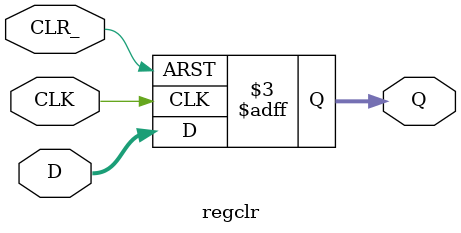
<source format=v>
module regclr(D, CLK, CLR_, Q);
	parameter n = 32;
	input [n-1:0] D;
	input CLK;
	input CLR_;
	output [n-1:0] Q;
	reg [n-1:0] Q;

	// cannot mix level sensitive and edge triggered
	// sensitivity lists
	always @(posedge CLK or negedge CLR_)
		if (CLR_ == 1)
			Q = D;
		else
			Q = 0;
endmodule

</source>
